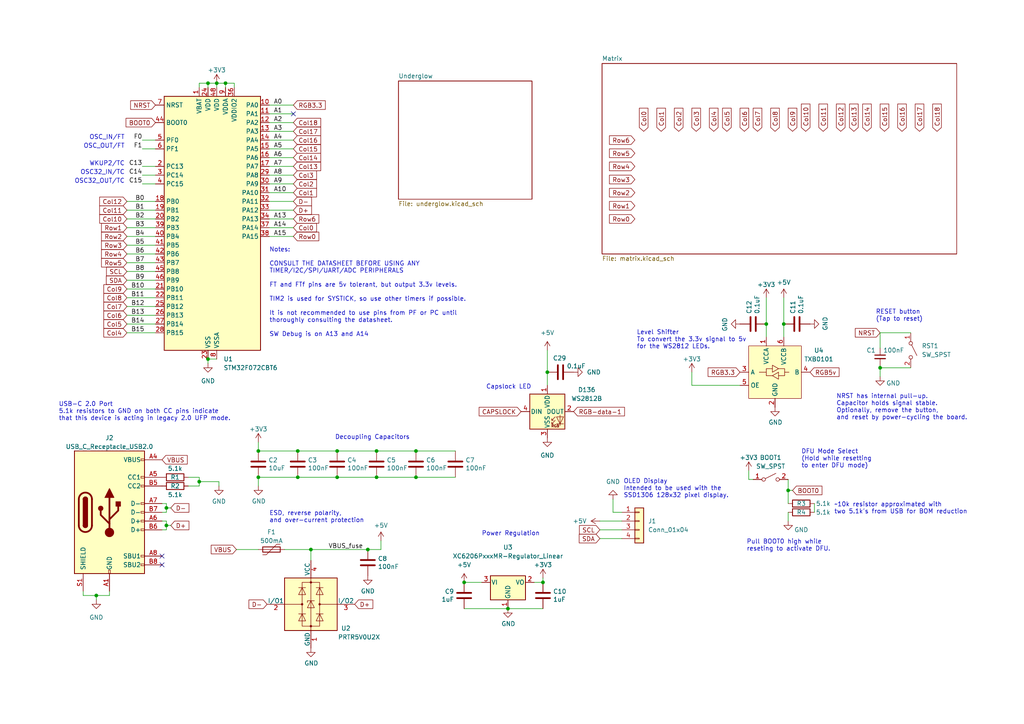
<source format=kicad_sch>
(kicad_sch (version 20231120) (generator "eeschema") (generator_version "8.0")
  (paper "A4")
  (lib_symbols
    (symbol "+5V_1" (power) (pin_names (offset 0))
      (property "Value" "+5V_1" (at 0 3.556 0))
      (symbol "+5V_1_0_1"
        (polyline (pts (xy -0.762 1.27) (xy 0 2.54)))
        (polyline (pts (xy 0 0) (xy 0 2.54)))
        (polyline (pts (xy 0 2.54) (xy 0.762 1.27)))
      )
      (symbol "+5V_1_1_1"
        (pin power_in line (at 0 0 90) (length 0) hide (name "+5V") (number "1"))
      )
    )
    (symbol "Connector:USB_C_Receptacle_USB2.0" (pin_names (offset 1.016))
      (property "Reference" "J" (at -10.16 19.05 0))
      (property "Value" "USB_C_Receptacle_USB2.0" (at 19.05 19.05 0))
      (symbol "USB_C_Receptacle_USB2.0_0_0"
        (rectangle (start -0.254 -17.78) (end 0.254 -16.764))
        (rectangle (start 10.16 -14.986) (end 9.144 -15.494))
        (rectangle (start 10.16 -12.446) (end 9.144 -12.954))
        (rectangle (start 10.16 -4.826) (end 9.144 -5.334))
        (rectangle (start 10.16 -2.286) (end 9.144 -2.794))
        (rectangle (start 10.16 0.254) (end 9.144 -0.254))
        (rectangle (start 10.16 2.794) (end 9.144 2.286))
        (rectangle (start 10.16 7.874) (end 9.144 7.366))
        (rectangle (start 10.16 10.414) (end 9.144 9.906))
        (rectangle (start 10.16 15.494) (end 9.144 14.986))
      )
      (symbol "USB_C_Receptacle_USB2.0_0_1"
        (rectangle (start -10.16 17.78) (end 10.16 -17.78) (stroke (width 0.254)) (fill (type background)))
        (arc (start -8.89 -3.81) (mid -6.985 -5.7067) (end -5.08 -3.81) (stroke (width 0.508)))
        (arc (start -7.62 -3.81) (mid -6.985 -4.4423) (end -6.35 -3.81) (stroke (width 0.254)))
        (arc (start -7.62 -3.81) (mid -6.985 -4.4423) (end -6.35 -3.81) (stroke (width 0.254)) (fill (type outline)))
        (rectangle (start -7.62 -3.81) (end -6.35 3.81) (stroke (width 0.254)) (fill (type outline)))
        (arc (start -6.35 3.81) (mid -6.985 4.4423) (end -7.62 3.81) (stroke (width 0.254)))
        (arc (start -6.35 3.81) (mid -6.985 4.4423) (end -7.62 3.81) (stroke (width 0.254)) (fill (type outline)))
        (arc (start -5.08 3.81) (mid -6.985 5.7067) (end -8.89 3.81) (stroke (width 0.508)))
        (circle (center -2.54 1.143) (radius 0.635) (stroke (width 0.254)) (fill (type outline)))
        (circle (center 0 -5.842) (radius 1.27) (fill (type outline)))
        (polyline (pts (xy -8.89 -3.81) (xy -8.89 3.81)) (stroke (width 0.508)))
        (polyline (pts (xy -5.08 3.81) (xy -5.08 -3.81)) (stroke (width 0.508)))
        (polyline (pts (xy 0 -5.842) (xy 0 4.318)) (stroke (width 0.508)))
        (polyline (pts (xy 0 -3.302) (xy -2.54 -0.762) (xy -2.54 0.508)) (stroke (width 0.508)))
        (polyline (pts (xy 0 -2.032) (xy 2.54 0.508) (xy 2.54 1.778)) (stroke (width 0.508)))
        (polyline (pts (xy -1.27 4.318) (xy 0 6.858) (xy 1.27 4.318) (xy -1.27 4.318)) (stroke (width 0.254)) (fill (type outline)))
        (rectangle (start 1.905 1.778) (end 3.175 3.048) (stroke (width 0.254)) (fill (type outline)))
      )
      (symbol "USB_C_Receptacle_USB2.0_1_1"
        (pin passive line (at 0 -22.86 90) (length 5.08) (name "GND") (number "A1"))
        (pin passive line (at 0 -22.86 90) (length 5.08) hide (name "GND") (number "A12"))
        (pin passive line (at 15.24 15.24 180) (length 5.08) (name "VBUS") (number "A4"))
        (pin bidirectional line (at 15.24 10.16 180) (length 5.08) (name "CC1") (number "A5"))
        (pin bidirectional line (at 15.24 -2.54 180) (length 5.08) (name "D+") (number "A6"))
        (pin bidirectional line (at 15.24 2.54 180) (length 5.08) (name "D-") (number "A7"))
        (pin bidirectional line (at 15.24 -12.7 180) (length 5.08) (name "SBU1") (number "A8"))
        (pin passive line (at 15.24 15.24 180) (length 5.08) hide (name "VBUS") (number "A9"))
        (pin passive line (at 0 -22.86 90) (length 5.08) hide (name "GND") (number "B1"))
        (pin passive line (at 0 -22.86 90) (length 5.08) hide (name "GND") (number "B12"))
        (pin passive line (at 15.24 15.24 180) (length 5.08) hide (name "VBUS") (number "B4"))
        (pin bidirectional line (at 15.24 7.62 180) (length 5.08) (name "CC2") (number "B5"))
        (pin bidirectional line (at 15.24 -5.08 180) (length 5.08) (name "D+") (number "B6"))
        (pin bidirectional line (at 15.24 0 180) (length 5.08) (name "D-") (number "B7"))
        (pin bidirectional line (at 15.24 -15.24 180) (length 5.08) (name "SBU2") (number "B8"))
        (pin passive line (at 15.24 15.24 180) (length 5.08) hide (name "VBUS") (number "B9"))
        (pin passive line (at -7.62 -22.86 90) (length 5.08) (name "SHIELD") (number "S1"))
      )
    )
    (symbol "Connector_Generic:Conn_01x04" (pin_names (offset 1.016) hide)
      (property "Reference" "J" (at 0 5.08 0))
      (property "Value" "Conn_01x04" (at 0 -7.62 0))
      (symbol "Conn_01x04_1_1"
        (rectangle (start -1.27 -4.953) (end 0 -5.207) (stroke (width 0.1524)))
        (rectangle (start -1.27 -2.413) (end 0 -2.667) (stroke (width 0.1524)))
        (rectangle (start -1.27 0.127) (end 0 -0.127) (stroke (width 0.1524)))
        (rectangle (start -1.27 2.667) (end 0 2.413) (stroke (width 0.1524)))
        (rectangle (start -1.27 3.81) (end 1.27 -6.35) (stroke (width 0.254)) (fill (type background)))
        (pin passive line (at -5.08 2.54 0) (length 3.81) (name "Pin_1") (number "1"))
        (pin passive line (at -5.08 0 0) (length 3.81) (name "Pin_2") (number "2"))
        (pin passive line (at -5.08 -2.54 0) (length 3.81) (name "Pin_3") (number "3"))
        (pin passive line (at -5.08 -5.08 0) (length 3.81) (name "Pin_4") (number "4"))
      )
    )
    (symbol "Device:C" (pin_numbers hide) (pin_names (offset 0.254))
      (property "Reference" "C" (at 0.635 2.54 0))
      (property "Value" "C" (at 0.635 -2.54 0))
      (symbol "C_0_1"
        (polyline (pts (xy -2.032 -0.762) (xy 2.032 -0.762)) (stroke (width 0.508)))
        (polyline (pts (xy -2.032 0.762) (xy 2.032 0.762)) (stroke (width 0.508)))
      )
      (symbol "C_1_1"
        (pin passive line (at 0 3.81 270) (length 2.794) (name "~") (number "1"))
        (pin passive line (at 0 -3.81 90) (length 2.794) (name "~") (number "2"))
      )
    )
    (symbol "Device:C_Small" (pin_numbers hide) (pin_names (offset 0.254) hide)
      (property "Reference" "C" (at 0.254 1.778 0))
      (property "Value" "C_Small" (at 0.254 -2.032 0))
      (symbol "C_Small_0_1"
        (polyline (pts (xy -1.524 -0.508) (xy 1.524 -0.508)) (stroke (width 0.3302)))
        (polyline (pts (xy -1.524 0.508) (xy 1.524 0.508)) (stroke (width 0.3048)))
      )
      (symbol "C_Small_1_1"
        (pin passive line (at 0 2.54 270) (length 2.032) (name "~") (number "1"))
        (pin passive line (at 0 -2.54 90) (length 2.032) (name "~") (number "2"))
      )
    )
    (symbol "Device:Polyfuse" (pin_numbers hide) (pin_names (offset 0))
      (property "Reference" "F" (at -2.54 0 90))
      (property "Value" "Polyfuse" (at 2.54 0 90))
      (symbol "Polyfuse_0_1"
        (rectangle (start -0.762 2.54) (end 0.762 -2.54) (stroke (width 0.254)))
        (polyline (pts (xy 0 2.54) (xy 0 -2.54)))
        (polyline (pts (xy -1.524 2.54) (xy -1.524 1.524) (xy 1.524 -1.524) (xy 1.524 -2.54)))
      )
      (symbol "Polyfuse_1_1"
        (pin passive line (at 0 3.81 270) (length 1.27) (name "~") (number "1"))
        (pin passive line (at 0 -3.81 90) (length 1.27) (name "~") (number "2"))
      )
    )
    (symbol "Device:R" (pin_numbers hide) (pin_names (offset 0))
      (property "Reference" "R" (at 2.032 0 90))
      (property "Value" "R" (at 0 0 90))
      (symbol "R_0_1"
        (rectangle (start -1.016 -2.54) (end 1.016 2.54) (stroke (width 0.254)))
      )
      (symbol "R_1_1"
        (pin passive line (at 0 3.81 270) (length 1.27) (name "~") (number "1"))
        (pin passive line (at 0 -3.81 90) (length 1.27) (name "~") (number "2"))
      )
    )
    (symbol "LED:WS2812B" (pin_names (offset 0.254))
      (property "Reference" "D" (at 5.08 5.715 0))
      (property "Value" "WS2812B" (at 1.27 -5.715 0))
      (symbol "WS2812B_0_0"
        (text "RGB" (at 2.286 -4.191 0) (effects (font (size 0.762 0.762))))
      )
      (symbol "WS2812B_0_1"
        (polyline (pts (xy 1.27 -3.556) (xy 1.778 -3.556)))
        (polyline (pts (xy 1.27 -2.54) (xy 1.778 -2.54)))
        (polyline (pts (xy 4.699 -3.556) (xy 2.667 -3.556)))
        (polyline (pts (xy 2.286 -2.54) (xy 1.27 -3.556) (xy 1.27 -3.048)))
        (polyline (pts (xy 2.286 -1.524) (xy 1.27 -2.54) (xy 1.27 -2.032)))
        (polyline (pts (xy 3.683 -1.016) (xy 3.683 -3.556) (xy 3.683 -4.064)))
        (polyline (pts (xy 4.699 -1.524) (xy 2.667 -1.524) (xy 3.683 -3.556) (xy 4.699 -1.524)))
        (rectangle (start 5.08 5.08) (end -5.08 -5.08) (stroke (width 0.254)) (fill (type background)))
      )
      (symbol "WS2812B_1_1"
        (pin power_in line (at 0 7.62 270) (length 2.54) (name "VDD") (number "1"))
        (pin output line (at 7.62 0 180) (length 2.54) (name "DOUT") (number "2"))
        (pin power_in line (at 0 -7.62 90) (length 2.54) (name "VSS") (number "3"))
        (pin input line (at -7.62 0 0) (length 2.54) (name "DIN") (number "4"))
      )
    )
    (symbol "MCU_ST_STM32F0:STM32F072CBTx"
      (property "Reference" "U" (at -12.7 39.37 0))
      (property "Value" "STM32F072CBTx" (at 10.16 39.37 0))
      (symbol "STM32F072CBTx_0_1"
        (rectangle (start -12.7 -35.56) (end 15.24 38.1) (stroke (width 0.254)) (fill (type background)))
      )
      (symbol "STM32F072CBTx_1_1"
        (pin power_in line (at -2.54 40.64 270) (length 2.54) (name "VBAT") (number "1"))
        (pin bidirectional line (at 17.78 35.56 180) (length 2.54) (name "PA0") (number "10"))
        (pin bidirectional line (at 17.78 33.02 180) (length 2.54) (name "PA1") (number "11"))
        (pin bidirectional line (at 17.78 30.48 180) (length 2.54) (name "PA2") (number "12"))
        (pin bidirectional line (at 17.78 27.94 180) (length 2.54) (name "PA3") (number "13"))
        (pin bidirectional line (at 17.78 25.4 180) (length 2.54) (name "PA4") (number "14"))
        (pin bidirectional line (at 17.78 22.86 180) (length 2.54) (name "PA5") (number "15"))
        (pin bidirectional line (at 17.78 20.32 180) (length 2.54) (name "PA6") (number "16"))
        (pin bidirectional line (at 17.78 17.78 180) (length 2.54) (name "PA7") (number "17"))
        (pin bidirectional line (at -15.24 7.62 0) (length 2.54) (name "PB0") (number "18"))
        (pin bidirectional line (at -15.24 5.08 0) (length 2.54) (name "PB1") (number "19"))
        (pin bidirectional line (at -15.24 17.78 0) (length 2.54) (name "PC13") (number "2"))
        (pin bidirectional line (at -15.24 2.54 0) (length 2.54) (name "PB2") (number "20"))
        (pin bidirectional line (at -15.24 -17.78 0) (length 2.54) (name "PB10") (number "21"))
        (pin bidirectional line (at -15.24 -20.32 0) (length 2.54) (name "PB11") (number "22"))
        (pin power_in line (at 0 -38.1 90) (length 2.54) (name "VSS") (number "23"))
        (pin power_in line (at 0 40.64 270) (length 2.54) (name "VDD") (number "24"))
        (pin bidirectional line (at -15.24 -22.86 0) (length 2.54) (name "PB12") (number "25"))
        (pin bidirectional line (at -15.24 -25.4 0) (length 2.54) (name "PB13") (number "26"))
        (pin bidirectional line (at -15.24 -27.94 0) (length 2.54) (name "PB14") (number "27"))
        (pin bidirectional line (at -15.24 -30.48 0) (length 2.54) (name "PB15") (number "28"))
        (pin bidirectional line (at 17.78 15.24 180) (length 2.54) (name "PA8") (number "29"))
        (pin bidirectional line (at -15.24 15.24 0) (length 2.54) (name "PC14") (number "3"))
        (pin bidirectional line (at 17.78 12.7 180) (length 2.54) (name "PA9") (number "30"))
        (pin bidirectional line (at 17.78 10.16 180) (length 2.54) (name "PA10") (number "31"))
        (pin bidirectional line (at 17.78 7.62 180) (length 2.54) (name "PA11") (number "32"))
        (pin bidirectional line (at 17.78 5.08 180) (length 2.54) (name "PA12") (number "33"))
        (pin bidirectional line (at 17.78 2.54 180) (length 2.54) (name "PA13") (number "34"))
        (pin passive line (at 0 -38.1 90) (length 2.54) hide (name "VSS") (number "35"))
        (pin power_in line (at 7.62 40.64 270) (length 2.54) (name "VDDIO2") (number "36"))
        (pin bidirectional line (at 17.78 0 180) (length 2.54) (name "PA14") (number "37"))
        (pin bidirectional line (at 17.78 -2.54 180) (length 2.54) (name "PA15") (number "38"))
        (pin bidirectional line (at -15.24 0 0) (length 2.54) (name "PB3") (number "39"))
        (pin bidirectional line (at -15.24 12.7 0) (length 2.54) (name "PC15") (number "4"))
        (pin bidirectional line (at -15.24 -2.54 0) (length 2.54) (name "PB4") (number "40"))
        (pin bidirectional line (at -15.24 -5.08 0) (length 2.54) (name "PB5") (number "41"))
        (pin bidirectional line (at -15.24 -7.62 0) (length 2.54) (name "PB6") (number "42"))
        (pin bidirectional line (at -15.24 -10.16 0) (length 2.54) (name "PB7") (number "43"))
        (pin input line (at -15.24 30.48 0) (length 2.54) (name "BOOT0") (number "44"))
        (pin bidirectional line (at -15.24 -12.7 0) (length 2.54) (name "PB8") (number "45"))
        (pin bidirectional line (at -15.24 -15.24 0) (length 2.54) (name "PB9") (number "46"))
        (pin passive line (at 0 -38.1 90) (length 2.54) hide (name "VSS") (number "47"))
        (pin power_in line (at 2.54 40.64 270) (length 2.54) (name "VDD") (number "48"))
        (pin bidirectional line (at -15.24 25.4 0) (length 2.54) (name "PF0") (number "5"))
        (pin bidirectional line (at -15.24 22.86 0) (length 2.54) (name "PF1") (number "6"))
        (pin input line (at -15.24 35.56 0) (length 2.54) (name "NRST") (number "7"))
        (pin power_in line (at 2.54 -38.1 90) (length 2.54) (name "VSSA") (number "8"))
        (pin power_in line (at 5.08 40.64 270) (length 2.54) (name "VDDA") (number "9"))
      )
    )
    (symbol "PCM_marbastlib-various:TXB0101"
      (property "Reference" "U" (at -6.35 11.43 0))
      (property "Value" "TXB0101" (at 3.81 11.43 0))
      (symbol "TXB0101_0_1"
        (rectangle (start -7.62 10.16) (end 7.62 -5.08) (fill (type background)))
        (polyline (pts (xy -2.54 2.54) (xy -2.54 3.556) (xy -0.762 3.556)))
        (polyline (pts (xy 2.794 2.54) (xy 2.794 1.524) (xy 1.016 1.524)))
        (polyline (pts (xy -0.762 1.524) (xy -2.54 1.524) (xy -2.54 2.54) (xy -4.572 2.54)))
        (polyline (pts (xy -0.762 2.54) (xy -0.762 4.572) (xy 1.016 3.556) (xy -0.762 2.54)))
        (polyline (pts (xy 1.016 3.556) (xy 2.794 3.556) (xy 2.794 2.54) (xy 4.064 2.54)))
        (polyline (pts (xy 1.016 2.54) (xy 1.016 0.762) (xy 1.016 0.508) (xy -0.762 1.524) (xy 1.016 2.54)))
      )
      (symbol "TXB0101_1_1"
        (pin power_in line (at -2.54 12.7 270) (length 2.54) (name "VCCA") (number "1"))
        (pin power_in line (at 0 -7.62 90) (length 2.54) (name "GND") (number "2"))
        (pin bidirectional line (at -10.16 2.54 0) (length 2.54) (name "A") (number "3"))
        (pin bidirectional line (at 10.16 2.54 180) (length 2.54) (name "B") (number "4"))
        (pin input line (at -10.16 -1.27 0) (length 2.54) (name "OE") (number "5"))
        (pin power_in line (at 2.54 12.7 270) (length 2.54) (name "VCCB") (number "6"))
      )
    )
    (symbol "Power_Protection:PRTR5V0U2X" (pin_names (offset 0))
      (property "Reference" "D" (at 2.794 8.636 0))
      (property "Value" "PRTR5V0U2X" (at 8.128 -9.398 0))
      (symbol "PRTR5V0U2X_0_1"
        (rectangle (start -7.62 -7.62) (end 7.62 7.62) (stroke (width 0.254)) (fill (type background)))
        (circle (center -2.54 0) (radius 0.254) (fill (type outline)))
        (rectangle (start -2.54 6.35) (end 2.54 -6.35))
        (circle (center 0 -6.35) (radius 0.254) (fill (type outline)))
        (polyline (pts (xy -2.54 0) (xy -7.62 0)))
        (polyline (pts (xy -1.524 -2.794) (xy -3.556 -2.794)))
        (polyline (pts (xy -1.524 4.826) (xy -3.556 4.826)))
        (polyline (pts (xy 0 -7.62) (xy 0 7.62)))
        (polyline (pts (xy 1.524 -2.794) (xy 3.556 -2.794)))
        (polyline (pts (xy 1.524 4.826) (xy 3.556 4.826)))
        (polyline (pts (xy 2.54 0) (xy 7.62 0)))
        (polyline (pts (xy 1.016 1.016) (xy -1.016 1.016) (xy -1.016 0.508)))
        (polyline (pts (xy -3.556 -4.826) (xy -1.524 -4.826) (xy -2.54 -2.794) (xy -3.556 -4.826)))
        (polyline (pts (xy -3.556 2.794) (xy -1.524 2.794) (xy -2.54 4.826) (xy -3.556 2.794)))
        (polyline (pts (xy -1.016 -1.016) (xy 1.016 -1.016) (xy 0 1.016) (xy -1.016 -1.016)))
        (polyline (pts (xy 3.556 -4.826) (xy 1.524 -4.826) (xy 2.54 -2.794) (xy 3.556 -4.826)))
        (polyline (pts (xy 3.556 2.794) (xy 1.524 2.794) (xy 2.54 4.826) (xy 3.556 2.794)))
        (circle (center 0 6.35) (radius 0.254) (fill (type outline)))
        (circle (center 2.54 0) (radius 0.254) (fill (type outline)))
      )
      (symbol "PRTR5V0U2X_1_1"
        (pin passive line (at 0 -12.7 90) (length 5.08) (name "GND") (number "1"))
        (pin passive line (at -12.7 0 0) (length 5.08) (name "I/O1") (number "2"))
        (pin passive line (at 12.7 0 180) (length 5.08) (name "I/O2") (number "3"))
        (pin passive line (at 0 12.7 270) (length 5.08) (name "VCC") (number "4"))
      )
    )
    (symbol "Switch:SW_SPST" (pin_names (offset 0) hide)
      (property "Reference" "SW" (at 0 3.175 0))
      (property "Value" "SW_SPST" (at 0 -2.54 0))
      (symbol "SW_SPST_0_0"
        (circle (center -2.032 0) (radius 0.508))
        (polyline (pts (xy -1.524 0.254) (xy 1.524 1.778)))
        (circle (center 2.032 0) (radius 0.508))
      )
      (symbol "SW_SPST_1_1"
        (pin passive line (at -5.08 0 0) (length 2.54) (name "A") (number "1"))
        (pin passive line (at 5.08 0 180) (length 2.54) (name "B") (number "2"))
      )
    )
    (symbol "kicad-keyboard-parts:XC6206PxxxMR-Regulator_Linear" (pin_names (offset 0.254))
      (property "Reference" "U" (at -3.81 3.175 0))
      (property "Value" "XC6206PxxxMR-Regulator_Linear" (at 0 3.175 0))
      (property "LCSC" "C5446" (at 0 0 0))
      (symbol "XC6206PxxxMR-Regulator_Linear_0_1"
        (rectangle (start -5.08 1.905) (end 5.08 -5.08) (stroke (width 0.254)) (fill (type background)))
      )
      (symbol "XC6206PxxxMR-Regulator_Linear_1_1"
        (pin power_in line (at 0 -7.62 90) (length 2.54) (name "GND") (number "1"))
        (pin power_out line (at 7.62 0 180) (length 2.54) (name "VO") (number "2"))
        (pin power_in line (at -7.62 0 0) (length 2.54) (name "VI") (number "3"))
      )
    )
    (symbol "power:+3V3" (power) (pin_names (offset 0))
      (property "Value" "+3V3" (at 0 3.556 0))
      (symbol "+3V3_0_1"
        (polyline (pts (xy -0.762 1.27) (xy 0 2.54)))
        (polyline (pts (xy 0 0) (xy 0 2.54)))
        (polyline (pts (xy 0 2.54) (xy 0.762 1.27)))
      )
      (symbol "+3V3_1_1"
        (pin power_in line (at 0 0 90) (length 0) hide (name "+3V3") (number "1"))
      )
    )
    (symbol "power:+5V" (power) (pin_names (offset 0))
      (property "Value" "+5V" (at 0 3.556 0))
      (symbol "+5V_0_1"
        (polyline (pts (xy -0.762 1.27) (xy 0 2.54)))
        (polyline (pts (xy 0 0) (xy 0 2.54)))
        (polyline (pts (xy 0 2.54) (xy 0.762 1.27)))
      )
      (symbol "+5V_1_1"
        (pin power_in line (at 0 0 90) (length 0) hide (name "+5V") (number "1"))
      )
    )
    (symbol "power:GND" (power) (pin_names (offset 0))
      (property "Value" "GND" (at 0 -3.81 0))
      (symbol "GND_0_1"
        (polyline (pts (xy 0 0) (xy 0 -1.27) (xy 1.27 -1.27) (xy 0 -2.54) (xy -1.27 -1.27) (xy 0 -1.27)))
      )
      (symbol "GND_1_1"
        (pin power_in line (at 0 0 270) (length 0) hide (name "GND") (number "1"))
      )
    )
  )
  (junction (at 227.33 93.98))
  (junction (at 228.6 142.24))
  (junction (at 62.865 24.13))
  (junction (at 158.75 107.95))
  (junction (at 222.25 93.98))
  (junction (at 157.48 168.91))
  (junction (at 57.785 139.7))
  (junction (at 60.325 24.13))
  (junction (at 109.22 138.43))
  (junction (at 134.62 168.91))
  (junction (at 109.22 130.81))
  (junction (at 74.93 138.43))
  (junction (at 147.32 176.53) (diameter 0.9144))
  (junction (at 255.27 106.68))
  (junction (at 74.93 130.81))
  (junction (at 60.325 104.14))
  (junction (at 97.79 138.43))
  (junction (at 86.36 138.43))
  (junction (at 120.65 138.43))
  (junction (at 120.65 130.81))
  (junction (at 90.17 159.385))
  (junction (at 97.79 130.81))
  (junction (at 106.68 159.385))
  (junction (at 48.26 152.4))
  (junction (at 27.94 172.72))
  (junction (at 48.26 147.32))
  (junction (at 86.36 130.81))
  (junction (at 65.405 24.13))
  (no_connect (at 46.99 163.83))
  (no_connect (at 46.99 161.29))
  (no_connect (at 85.09 33.02))
  (wire (pts (xy 36.83 78.74) (xy 45.085 78.74)))
  (wire (pts (xy 120.65 138.43) (xy 132.08 138.43)))
  (wire (pts (xy 46.99 153.67) (xy 48.26 153.67)))
  (wire (pts (xy 200.66 111.76) (xy 214.63 111.76)))
  (wire (pts (xy 78.105 40.64) (xy 85.09 40.64)))
  (wire (pts (xy 177.8 148.59) (xy 177.8 144.78)))
  (wire (pts (xy 36.83 93.98) (xy 45.085 93.98)))
  (wire (pts (xy 27.94 172.72) (xy 31.75 172.72)))
  (wire (pts (xy 67.945 24.13) (xy 67.945 25.4)))
  (wire (pts (xy 46.99 146.05) (xy 48.26 146.05)))
  (wire (pts (xy 78.105 53.34) (xy 85.09 53.34)))
  (wire (pts (xy 36.83 96.52) (xy 45.085 96.52)))
  (wire (pts (xy 36.83 86.36) (xy 45.085 86.36)))
  (wire (pts (xy 57.785 140.97) (xy 57.785 139.7)))
  (wire (pts (xy 222.25 86.36) (xy 222.25 93.98)))
  (wire (pts (xy 97.79 138.43) (xy 86.36 138.43)))
  (wire (pts (xy 54.61 140.97) (xy 57.785 140.97)))
  (wire (pts (xy 173.99 156.21) (xy 180.34 156.21)))
  (wire (pts (xy 78.105 48.26) (xy 85.09 48.26)))
  (wire (pts (xy 48.26 147.32) (xy 48.26 148.59)))
  (wire (pts (xy 57.785 139.7) (xy 57.785 138.43)))
  (wire (pts (xy 218.44 139.065) (xy 217.17 139.065)))
  (wire (pts (xy 27.94 173.99) (xy 27.94 172.72)))
  (wire (pts (xy 173.99 153.67) (xy 180.34 153.67)))
  (wire (pts (xy 158.75 107.95) (xy 158.75 111.76)))
  (wire (pts (xy 65.405 24.13) (xy 65.405 25.4)))
  (wire (pts (xy 78.105 35.56) (xy 85.09 35.56)))
  (wire (pts (xy 57.785 139.7) (xy 63.5 139.7)))
  (wire (pts (xy 97.79 130.81) (xy 86.36 130.81)))
  (wire (pts (xy 180.34 148.59) (xy 177.8 148.59)))
  (wire (pts (xy 65.405 24.13) (xy 67.945 24.13)))
  (wire (pts (xy 228.6 142.24) (xy 229.87 142.24)))
  (wire (pts (xy 36.83 88.9) (xy 45.085 88.9)))
  (wire (pts (xy 60.325 24.13) (xy 60.325 25.4)))
  (wire (pts (xy 54.61 138.43) (xy 57.785 138.43)))
  (wire (pts (xy 147.32 176.53) (xy 157.48 176.53)))
  (wire (pts (xy 60.325 105.41) (xy 60.325 104.14)))
  (wire (pts (xy 78.105 38.1) (xy 85.09 38.1)))
  (wire (pts (xy 255.27 109.22) (xy 255.27 106.68)))
  (wire (pts (xy 134.62 168.91) (xy 139.7 168.91)))
  (wire (pts (xy 236.22 146.05) (xy 236.22 148.59)))
  (wire (pts (xy 109.22 130.81) (xy 120.65 130.81)))
  (wire (pts (xy 78.105 63.5) (xy 85.09 63.5)))
  (wire (pts (xy 36.83 66.04) (xy 45.085 66.04)))
  (wire (pts (xy 106.68 159.385) (xy 110.49 159.385)))
  (wire (pts (xy 217.17 139.065) (xy 217.17 136.525)))
  (wire (pts (xy 227.33 93.98) (xy 227.33 97.79)))
  (wire (pts (xy 36.83 63.5) (xy 45.085 63.5)))
  (wire (pts (xy 57.785 24.13) (xy 57.785 25.4)))
  (wire (pts (xy 78.105 43.18) (xy 85.09 43.18)))
  (wire (pts (xy 36.83 81.28) (xy 45.085 81.28)))
  (wire (pts (xy 255.27 96.52) (xy 264.16 96.52)))
  (wire (pts (xy 154.94 168.91) (xy 157.48 168.91)))
  (wire (pts (xy 97.79 130.81) (xy 109.22 130.81)))
  (wire (pts (xy 78.105 45.72) (xy 85.09 45.72)))
  (wire (pts (xy 228.6 139.065) (xy 228.6 142.24)))
  (wire (pts (xy 65.405 24.13) (xy 62.865 24.13)))
  (wire (pts (xy 255.27 96.52) (xy 255.27 100.965)))
  (wire (pts (xy 78.105 55.88) (xy 85.09 55.88)))
  (wire (pts (xy 68.58 159.385) (xy 74.93 159.385)))
  (wire (pts (xy 78.105 60.96) (xy 85.09 60.96)))
  (wire (pts (xy 74.93 140.97) (xy 74.93 138.43)))
  (wire (pts (xy 173.99 151.13) (xy 180.34 151.13)))
  (wire (pts (xy 48.26 153.67) (xy 48.26 152.4)))
  (wire (pts (xy 41.275 48.26) (xy 45.085 48.26)))
  (wire (pts (xy 41.275 50.8) (xy 45.085 50.8)))
  (wire (pts (xy 46.99 151.13) (xy 48.26 151.13)))
  (wire (pts (xy 82.55 159.385) (xy 90.17 159.385)))
  (wire (pts (xy 60.325 104.14) (xy 62.865 104.14)))
  (wire (pts (xy 120.65 130.81) (xy 132.08 130.81)))
  (wire (pts (xy 74.93 128.27) (xy 74.93 130.81)))
  (wire (pts (xy 255.27 106.68) (xy 255.27 106.045)))
  (wire (pts (xy 48.26 147.32) (xy 49.53 147.32)))
  (wire (pts (xy 60.325 24.13) (xy 62.865 24.13)))
  (wire (pts (xy 255.27 106.68) (xy 264.16 106.68)))
  (wire (pts (xy 158.75 101.6) (xy 158.75 107.95)))
  (wire (pts (xy 228.6 148.59) (xy 228.6 151.13)))
  (wire (pts (xy 41.275 40.64) (xy 45.085 40.64)))
  (wire (pts (xy 36.83 71.12) (xy 45.085 71.12)))
  (wire (pts (xy 24.13 172.72) (xy 27.94 172.72)))
  (wire (pts (xy 110.49 156.845) (xy 110.49 159.385)))
  (wire (pts (xy 57.785 24.13) (xy 60.325 24.13)))
  (wire (pts (xy 228.6 142.24) (xy 228.6 146.05)))
  (wire (pts (xy 46.99 148.59) (xy 48.26 148.59)))
  (wire (pts (xy 200.66 111.76) (xy 200.66 107.95)))
  (wire (pts (xy 36.83 76.2) (xy 45.085 76.2)))
  (wire (pts (xy 24.13 171.45) (xy 24.13 172.72)))
  (wire (pts (xy 48.26 151.13) (xy 48.26 152.4)))
  (wire (pts (xy 78.105 50.8) (xy 85.09 50.8)))
  (wire (pts (xy 78.105 33.02) (xy 85.09 33.02)))
  (wire (pts (xy 36.83 73.66) (xy 45.085 73.66)))
  (wire (pts (xy 78.105 66.04) (xy 85.09 66.04)))
  (wire (pts (xy 36.83 60.96) (xy 45.085 60.96)))
  (wire (pts (xy 48.26 152.4) (xy 49.53 152.4)))
  (wire (pts (xy 86.36 138.43) (xy 74.93 138.43)))
  (wire (pts (xy 157.48 167.64) (xy 157.48 168.91)))
  (wire (pts (xy 63.5 139.7) (xy 63.5 140.97)))
  (wire (pts (xy 36.83 91.44) (xy 45.085 91.44)))
  (wire (pts (xy 31.75 172.72) (xy 31.75 171.45)))
  (wire (pts (xy 222.25 93.98) (xy 222.25 97.79)))
  (wire (pts (xy 78.105 58.42) (xy 85.09 58.42)))
  (wire (pts (xy 90.17 159.385) (xy 90.17 162.56)))
  (wire (pts (xy 41.275 43.18) (xy 45.085 43.18)))
  (wire (pts (xy 36.83 58.42) (xy 45.085 58.42)))
  (wire (pts (xy 147.32 176.53) (xy 134.62 176.53)))
  (wire (pts (xy 227.33 86.36) (xy 227.33 93.98)))
  (wire (pts (xy 90.17 159.385) (xy 106.68 159.385)))
  (wire (pts (xy 78.105 30.48) (xy 85.09 30.48)))
  (wire (pts (xy 36.83 83.82) (xy 45.085 83.82)))
  (wire (pts (xy 78.105 68.58) (xy 85.09 68.58)))
  (wire (pts (xy 62.865 24.13) (xy 62.865 25.4)))
  (wire (pts (xy 86.36 130.81) (xy 74.93 130.81)))
  (wire (pts (xy 48.26 146.05) (xy 48.26 147.32)))
  (wire (pts (xy 97.79 138.43) (xy 109.22 138.43)))
  (wire (pts (xy 109.22 138.43) (xy 120.65 138.43)))
  (wire (pts (xy 36.83 68.58) (xy 45.085 68.58)))
  (wire (pts (xy 41.275 53.34) (xy 45.085 53.34)))
  (text "Notes:\n\nCONSULT THE DATASHEET BEFORE USING ANY \nTIMER/I2C/SPI/UART/ADC PERIPHERALS\n\nFT and FTf pins are 5v tolerant, but output 3.3v levels.\n\nTIM2 is used for SYSTICK, so use other timers if possible.\n\nIt is not recommended to use pins from PF or PC until\nthoroughly consulting the datasheet.\n\nSW Debug is on A13 and A14" (at 78.105 97.79 0) (effects (font (size 1.27 1.27)) (justify left bottom)))
  (text "NRST has internal pull-up.\nCapacitor holds signal stable.\nOptionally, remove the button,\nand reset by power-cycling the board." (at 242.57 121.92 0) (effects (font (size 1.27 1.27)) (justify left bottom)))
  (text "OLED Display\nIntended to be used with the \nSSD1306 128x32 pixel display." (at 180.848 144.526 0) (effects (font (size 1.27 1.27)) (justify left bottom)))
  (text "Decoupling Capacitors" (at 97.155 127.635 0) (effects (font (size 1.27 1.27)) (justify left bottom)))
  (text "~10k resistor approximated with\ntwo 5.1k's from USB for BOM reduction" (at 241.935 149.225 0) (effects (font (size 1.27 1.27)) (justify left bottom)))
  (text "USB-C 2.0 Port\n5.1k resistors to GND on both CC pins indicate\nthat this device is acting in legacy 2.0 UFP mode." (at 17.018 122.174 0) (effects (font (size 1.27 1.27)) (justify left bottom)))
  (text "OSC_IN/FT" (at 36.195 40.64 0) (effects (font (size 1.27 1.27)) (justify right bottom)))
  (text "DFU Mode Select\n(Hold while resetting\nto enter DFU mode)" (at 232.41 135.89 0) (effects (font (size 1.27 1.27)) (justify left bottom)))
  (text "WKUP2/TC" (at 36.195 48.26 0) (effects (font (size 1.27 1.27)) (justify right bottom)))
  (text "RESET button\n(Tap to reset)" (at 254 93.345 0) (effects (font (size 1.27 1.27)) (justify left bottom)))
  (text "Pull BOOT0 high while \nreseting to activate DFU." (at 216.535 160.02 0) (effects (font (size 1.27 1.27)) (justify left bottom)))
  (text "OSC32_OUT/TC" (at 36.195 53.34 0) (effects (font (size 1.27 1.27)) (justify right bottom)))
  (text "OSC32_IN/TC" (at 36.195 50.8 0) (effects (font (size 1.27 1.27)) (justify right bottom)))
  (text "Capslock LED" (at 140.97 113.03 0) (effects (font (size 1.27 1.27)) (justify left bottom)))
  (text "Level Shifter\nTo convert the 3.3v signal to 5v\nfor the WS2812 LEDs." (at 184.658 101.346 0) (effects (font (size 1.27 1.27)) (justify left bottom)))
  (text "Power Regulation" (at 139.7 155.575 0) (effects (font (size 1.27 1.27)) (justify left bottom)))
  (text "OSC_OUT/FT" (at 36.195 43.18 0) (effects (font (size 1.27 1.27)) (justify right bottom)))
  (text "ESD, reverse polarity,\nand over-current protection" (at 78.105 151.765 0) (effects (font (size 1.27 1.27)) (justify left bottom)))
  (label "A1" (at 79.375 33.02 0))
  (label "A3" (at 79.375 38.1 0))
  (label "A13" (at 79.375 63.5 0))
  (label "A10" (at 79.375 55.88 0))
  (label "B7" (at 41.91 76.2 180))
  (label "B13" (at 41.91 91.44 180))
  (label "A6" (at 79.375 45.72 0))
  (label "B1" (at 41.91 60.96 180))
  (label "B9" (at 41.91 81.28 180))
  (label "B5" (at 41.91 71.12 180))
  (label "B14" (at 41.91 93.98 180))
  (label "A8" (at 79.375 50.8 0))
  (label "B0" (at 41.91 58.42 180))
  (label "A9" (at 79.375 53.34 0))
  (label "VBUS_fuse" (at 95.25 159.385 0))
  (label "A2" (at 79.375 35.56 0))
  (label "B8" (at 41.91 78.74 180))
  (label "A4" (at 79.375 40.64 0))
  (label "B12" (at 41.91 88.9 180))
  (label "B4" (at 41.91 68.58 180))
  (label "C14" (at 41.275 50.8 180))
  (label "B6" (at 41.91 73.66 180))
  (label "B15" (at 41.91 96.52 180))
  (label "A14" (at 79.375 66.04 0))
  (label "B10" (at 41.91 83.82 180))
  (label "B11" (at 41.91 86.36 180))
  (label "C15" (at 41.275 53.34 180))
  (label "B3" (at 41.91 66.04 180))
  (label "A0" (at 79.375 30.48 0))
  (label "B2" (at 41.91 63.5 180))
  (label "F1" (at 41.275 43.18 180))
  (label "A5" (at 79.375 43.18 0))
  (label "A7" (at 79.375 48.26 0))
  (label "C13" (at 41.275 48.26 180))
  (label "F0" (at 41.275 40.64 180))
  (label "A15" (at 79.375 68.58 0))
  (global_label "Col14" (shape input) (at 251.46 38.1 90) (property "Intersheetrefs" "${INTERSHEET_REFS}" (effects (hide yes))))
  (global_label "Col13" (shape input) (at 85.09 48.26 0) (property "Intersheetrefs" "${INTERSHEET_REFS}" (effects (hide yes))))
  (global_label "Col6" (shape input) (at 215.9 38.1 90) (property "Intersheetrefs" "${INTERSHEET_REFS}" (effects (hide yes))))
  (global_label "Col14" (shape input) (at 85.09 45.72 0) (property "Intersheetrefs" "${INTERSHEET_REFS}" (effects (hide yes))))
  (global_label "Col4" (shape input) (at 207.01 38.1 90) (property "Intersheetrefs" "${INTERSHEET_REFS}" (effects (hide yes))))
  (global_label "Row0" (shape input) (at 85.09 68.58 0) (property "Intersheetrefs" "${INTERSHEET_REFS}" (effects (hide yes))))
  (global_label "Row5" (shape input) (at 36.83 76.2 180) (property "Intersheetrefs" "${INTERSHEET_REFS}" (effects (hide yes))))
  (global_label "Col9" (shape input) (at 229.87 38.1 90) (property "Intersheetrefs" "${INTERSHEET_REFS}" (effects (hide yes))))
  (global_label "Col7" (shape input) (at 36.83 88.9 180) (property "Intersheetrefs" "${INTERSHEET_REFS}" (effects (hide yes))))
  (global_label "Col15" (shape input) (at 85.09 43.18 0) (property "Intersheetrefs" "${INTERSHEET_REFS}" (effects (hide yes))))
  (global_label "CAPSLOCK" (shape input) (at 151.13 119.38 180) (property "Intersheetrefs" "${INTERSHEET_REFS}" (effects (hide yes))))
  (global_label "Col9" (shape input) (at 36.83 83.82 180) (property "Intersheetrefs" "${INTERSHEET_REFS}" (effects (hide yes))))
  (global_label "RGB-data-1" (shape input) (at 166.37 119.38 0) (property "Intersheetrefs" "${INTERSHEET_REFS}" (effects (hide yes))))
  (global_label "SDA" (shape input) (at 36.83 81.28 180) (property "Intersheetrefs" "${INTERSHEET_REFS}" (effects (hide yes))))
  (global_label "Row6" (shape input) (at 184.15 40.64 180) (property "Intersheetrefs" "${INTERSHEET_REFS}" (effects (hide yes))))
  (global_label "Col5" (shape input) (at 36.83 93.98 180) (property "Intersheetrefs" "${INTERSHEET_REFS}" (effects (hide yes))))
  (global_label "VBUS" (shape input) (at 68.58 159.385 180) (property "Intersheetrefs" "${INTERSHEET_REFS}" (effects (hide yes))))
  (global_label "Col13" (shape input) (at 247.65 38.1 90) (property "Intersheetrefs" "${INTERSHEET_REFS}" (effects (hide yes))))
  (global_label "Col17" (shape input) (at 266.7 38.1 90) (property "Intersheetrefs" "${INTERSHEET_REFS}" (effects (hide yes))))
  (global_label "Row5" (shape input) (at 184.15 44.45 180) (property "Intersheetrefs" "${INTERSHEET_REFS}" (effects (hide yes))))
  (global_label "Col10" (shape input) (at 36.83 63.5 180) (property "Intersheetrefs" "${INTERSHEET_REFS}" (effects (hide yes))))
  (global_label "Row1" (shape input) (at 36.83 66.04 180) (property "Intersheetrefs" "${INTERSHEET_REFS}" (effects (hide yes))))
  (global_label "Col7" (shape input) (at 219.71 38.1 90) (property "Intersheetrefs" "${INTERSHEET_REFS}" (effects (hide yes))))
  (global_label "D-" (shape input) (at 85.09 58.42 0) (property "Intersheetrefs" "${INTERSHEET_REFS}" (effects (hide yes))))
  (global_label "Col2" (shape input) (at 85.09 53.34 0) (property "Intersheetrefs" "${INTERSHEET_REFS}" (effects (hide yes))))
  (global_label "Col5" (shape input) (at 210.82 38.1 90) (property "Intersheetrefs" "${INTERSHEET_REFS}" (effects (hide yes))))
  (global_label "Col0" (shape input) (at 186.69 38.1 90) (property "Intersheetrefs" "${INTERSHEET_REFS}" (effects (hide yes))))
  (global_label "Col2" (shape input) (at 196.85 38.1 90) (property "Intersheetrefs" "${INTERSHEET_REFS}" (effects (hide yes))))
  (global_label "Col3" (shape input) (at 85.09 50.8 0) (property "Intersheetrefs" "${INTERSHEET_REFS}" (effects (hide yes))))
  (global_label "D-" (shape input) (at 77.47 175.26 180) (property "Intersheetrefs" "${INTERSHEET_REFS}" (effects (hide yes))))
  (global_label "Col1" (shape input) (at 85.09 55.88 0) (property "Intersheetrefs" "${INTERSHEET_REFS}" (effects (hide yes))))
  (global_label "Col3" (shape input) (at 201.93 38.1 90) (property "Intersheetrefs" "${INTERSHEET_REFS}" (effects (hide yes))))
  (global_label "Col11" (shape input) (at 36.83 60.96 180) (property "Intersheetrefs" "${INTERSHEET_REFS}" (effects (hide yes))))
  (global_label "BOOT0" (shape input) (at 45.085 35.56 180) (property "Intersheetrefs" "${INTERSHEET_REFS}" (effects (hide yes))))
  (global_label "D+" (shape input) (at 85.09 60.96 0) (property "Intersheetrefs" "${INTERSHEET_REFS}" (effects (hide yes))))
  (global_label "Row0" (shape input) (at 184.15 63.5 180) (property "Intersheetrefs" "${INTERSHEET_REFS}" (effects (hide yes))))
  (global_label "Col0" (shape input) (at 85.09 66.04 0) (property "Intersheetrefs" "${INTERSHEET_REFS}" (effects (hide yes))))
  (global_label "RGB5v" (shape input) (at 234.95 107.95 0) (property "Intersheetrefs" "${INTERSHEET_REFS}" (effects (hide yes))))
  (global_label "Col18" (shape input) (at 271.78 38.1 90) (property "Intersheetrefs" "${INTERSHEET_REFS}" (effects (hide yes))))
  (global_label "D+" (shape input) (at 102.87 175.26 0) (property "Intersheetrefs" "${INTERSHEET_REFS}" (effects (hide yes))))
  (global_label "Row2" (shape input) (at 184.15 55.88 180) (property "Intersheetrefs" "${INTERSHEET_REFS}" (effects (hide yes))))
  (global_label "SCL" (shape input) (at 36.83 78.74 180) (property "Intersheetrefs" "${INTERSHEET_REFS}" (effects (hide yes))))
  (global_label "Col10" (shape input) (at 233.68 38.1 90) (property "Intersheetrefs" "${INTERSHEET_REFS}" (effects (hide yes))))
  (global_label "D-" (shape input) (at 49.53 147.32 0) (property "Intersheetrefs" "${INTERSHEET_REFS}" (effects (hide yes))))
  (global_label "RGB3.3" (shape input) (at 85.09 30.48 0) (property "Intersheetrefs" "${INTERSHEET_REFS}" (effects (hide yes))))
  (global_label "Col16" (shape input) (at 85.09 40.64 0) (property "Intersheetrefs" "${INTERSHEET_REFS}" (effects (hide yes))))
  (global_label "SCL" (shape input) (at 173.99 153.67 180) (property "Intersheetrefs" "${INTERSHEET_REFS}" (effects (hide yes))))
  (global_label "Col11" (shape input) (at 238.76 38.1 90) (property "Intersheetrefs" "${INTERSHEET_REFS}" (effects (hide yes))))
  (global_label "Row6" (shape input) (at 85.09 63.5 0) (property "Intersheetrefs" "${INTERSHEET_REFS}" (effects (hide yes))))
  (global_label "Col1" (shape input) (at 191.77 38.1 90) (property "Intersheetrefs" "${INTERSHEET_REFS}" (effects (hide yes))))
  (global_label "Col4" (shape input) (at 36.83 96.52 180) (property "Intersheetrefs" "${INTERSHEET_REFS}" (effects (hide yes))))
  (global_label "Col16" (shape input) (at 261.62 38.1 90) (property "Intersheetrefs" "${INTERSHEET_REFS}" (effects (hide yes))))
  (global_label "Row3" (shape input) (at 184.15 52.07 180) (property "Intersheetrefs" "${INTERSHEET_REFS}" (effects (hide yes))))
  (global_label "Col17" (shape input) (at 85.09 38.1 0) (property "Intersheetrefs" "${INTERSHEET_REFS}" (effects (hide yes))))
  (global_label "SDA" (shape input) (at 173.99 156.21 180) (property "Intersheetrefs" "${INTERSHEET_REFS}" (effects (hide yes))))
  (global_label "Col18" (shape input) (at 85.09 35.56 0) (property "Intersheetrefs" "${INTERSHEET_REFS}" (effects (hide yes))))
  (global_label "Col15" (shape input) (at 256.54 38.1 90) (property "Intersheetrefs" "${INTERSHEET_REFS}" (effects (hide yes))))
  (global_label "Row4" (shape input) (at 36.83 73.66 180) (property "Intersheetrefs" "${INTERSHEET_REFS}" (effects (hide yes))))
  (global_label "Row2" (shape input) (at 36.83 68.58 180) (property "Intersheetrefs" "${INTERSHEET_REFS}" (effects (hide yes))))
  (global_label "NRST" (shape input) (at 255.27 96.52 180) (property "Intersheetrefs" "${INTERSHEET_REFS}" (effects (hide yes))))
  (global_label "NRST" (shape input) (at 45.085 30.48 180) (property "Intersheetrefs" "${INTERSHEET_REFS}" (effects (hide yes))))
  (global_label "BOOT0" (shape input) (at 229.87 142.24 0) (property "Intersheetrefs" "${INTERSHEET_REFS}" (effects (hide yes))))
  (global_label "Row4" (shape input) (at 184.15 48.26 180) (property "Intersheetrefs" "${INTERSHEET_REFS}" (effects (hide yes))))
  (global_label "Col6" (shape input) (at 36.83 91.44 180) (property "Intersheetrefs" "${INTERSHEET_REFS}" (effects (hide yes))))
  (global_label "Col12" (shape input) (at 243.84 38.1 90) (property "Intersheetrefs" "${INTERSHEET_REFS}" (effects (hide yes))))
  (global_label "Col8" (shape input) (at 36.83 86.36 180) (property "Intersheetrefs" "${INTERSHEET_REFS}" (effects (hide yes))))
  (global_label "Row3" (shape input) (at 36.83 71.12 180) (property "Intersheetrefs" "${INTERSHEET_REFS}" (effects (hide yes))))
  (global_label "Row1" (shape input) (at 184.15 59.69 180) (property "Intersheetrefs" "${INTERSHEET_REFS}" (effects (hide yes))))
  (global_label "D+" (shape input) (at 49.53 152.4 0) (property "Intersheetrefs" "${INTERSHEET_REFS}" (effects (hide yes))))
  (global_label "RGB3.3" (shape input) (at 214.63 107.95 180) (property "Intersheetrefs" "${INTERSHEET_REFS}" (effects (hide yes))))
  (global_label "VBUS" (shape input) (at 46.99 133.35 0) (property "Intersheetrefs" "${INTERSHEET_REFS}" (effects (hide yes))))
  (global_label "Col12" (shape input) (at 36.83 58.42 180) (property "Intersheetrefs" "${INTERSHEET_REFS}" (effects (hide yes))))
  (global_label "Col8" (shape input) (at 224.79 38.1 90) (property "Intersheetrefs" "${INTERSHEET_REFS}" (effects (hide yes))))
  (symbol (lib_id "Connector:USB_C_Receptacle_USB2.0") (at 31.75 148.59 0) (unit 1)
    (property "Reference" "J2" (at 31.75 127 0))
    (property "Value" "USB_C_Receptacle_USB2.0" (at 31.75 129.54 0))
    (property "Footprint" "PCM_marbastlib-various:USB_C_Receptacle_HRO_TYPE-C-31-M-12" (effects (hide yes)))
    (property "Datasheet" "https://www.usb.org/sites/default/files/documents/usb_type-c.zip" (effects (hide yes)))
    (property "JlcRotOffset" "180" (effects (hide yes)))
    (property "JlcPosOffset" "0,1.5" (effects (hide yes)))
  )
  (symbol (lib_id "power:+3V3") (at 62.865 24.13 0) (unit 1)
    (property "Reference" "#PWR01" (effects (hide yes)))
    (property "Value" "+3V3" (at 62.865 20.32 0))
  )
  (symbol (lib_id "Device:R") (at 232.41 146.05 90) (unit 1)
    (property "Reference" "R3" (at 232.41 146.05 90))
    (property "Value" "5.1k" (at 238.76 146.05 90))
    (property "Footprint" "Resistor_SMD:R_0402_1005Metric" (effects (hide yes)))
  )
  (symbol (lib_id "Device:C") (at 106.68 163.195 0) (unit 1)
    (property "Reference" "C8" (at 109.601 162.0266 0) (effects (justify left)))
    (property "Value" "100nF" (at 109.601 164.338 0) (effects (justify left)))
    (property "Footprint" "Capacitor_SMD:C_0402_1005Metric" (effects (hide yes)))
    (property "LCSC" "C307331" (effects (hide yes)))
  )
  (symbol (lib_id "Device:C") (at 218.44 93.98 90) (unit 1)
    (property "Reference" "C12" (at 217.2716 91.059 0) (effects (justify left)))
    (property "Value" "0.1uF" (at 219.583 91.059 0) (effects (justify left)))
    (property "Footprint" "Capacitor_SMD:C_0402_1005Metric" (effects (hide yes)))
    (property "LCSC" "C307331" (effects (hide yes)))
  )
  (symbol (lib_id "Device:Polyfuse") (at 78.74 159.385 90) (unit 1)
    (property "Reference" "F1" (at 78.74 154.305 90))
    (property "Value" "500mA" (at 78.74 156.845 90))
    (property "Footprint" "Fuse:Fuse_1206_3216Metric" (effects (hide yes)))
    (property "LCSC" "C135341" (effects (hide yes)))
  )
  (symbol (lib_id "power:GND") (at 60.325 105.41 0) (unit 1)
    (property "Reference" "#PWR02" (effects (hide yes)))
    (property "Value" "GND" (at 60.325 110.49 0))
  )
  (symbol (lib_id "power:GND") (at 63.5 140.97 0) (unit 1)
    (property "Reference" "#PWR07" (effects (hide yes)))
    (property "Value" "GND" (at 63.5 145.415 0))
  )
  (symbol (lib_id "power:GND") (at 74.93 140.97 0) (unit 1)
    (property "Reference" "#PWR010" (effects (hide yes)))
    (property "Value" "GND" (at 75.057 145.3642 0))
  )
  (symbol (lib_id "MCU_ST_STM32F0:STM32F072CBTx") (at 60.325 66.04 0) (unit 1)
    (property "Reference" "U1" (at 64.8209 104.14 0) (effects (justify left)))
    (property "Value" "STM32F072CBT6" (at 64.8209 106.68 0) (effects (justify left)))
    (property "Footprint" "Package_QFP:LQFP-48_7x7mm_P0.5mm" (effects (hide yes)))
    (property "Datasheet" "https://www.st.com/resource/en/datasheet/stm32f072cb.pdf" (effects (hide yes)))
    (property "JlcRotOffset" "90" (effects (hide yes)))
  )
  (symbol (lib_id "Device:C") (at 120.65 134.62 0) (unit 1)
    (property "Reference" "C6" (at 123.571 133.4516 0) (effects (justify left)))
    (property "Value" "100nF" (at 123.571 135.763 0) (effects (justify left)))
    (property "Footprint" "Capacitor_SMD:C_0402_1005Metric" (effects (hide yes)))
    (property "LCSC" "C307331" (effects (hide yes)))
  )
  (symbol (lib_id "power:+3V3") (at 74.93 128.27 0) (unit 1)
    (property "Reference" "#PWR06" (effects (hide yes)))
    (property "Value" "+3V3" (at 74.93 124.46 0))
  )
  (symbol (lib_id "power:GND") (at 166.37 107.95 90) (unit 1)
    (property "Reference" "#PWR029" (effects (hide yes)))
    (property "Value" "GND" (at 170.18 107.9499 90) (effects (justify right)))
    (property "Description" "Power symbol creates a global label with name \"GND\" , ground" (effects (hide yes)))
  )
  (symbol (lib_name "+5V_1") (lib_id "power:+5V") (at 173.99 151.13 90) (unit 1)
    (property "Reference" "#PWR04" (effects (hide yes)))
    (property "Value" "+5V" (at 170.18 151.1299 90) (effects (justify left)))
  )
  (symbol (lib_id "power:GND") (at 158.75 127 0) (unit 1)
    (property "Reference" "#PWR030" (effects (hide yes)))
    (property "Value" "GND" (at 158.75 132.08 0))
    (property "Description" "Power symbol creates a global label with name \"GND\" , ground" (effects (hide yes)))
  )
  (symbol (lib_id "power:GND") (at 27.94 173.99 0) (unit 1)
    (property "Reference" "#PWR013" (effects (hide yes)))
    (property "Value" "GND" (at 27.94 179.07 0))
  )
  (symbol (lib_id "Device:C") (at 157.48 172.72 0) (unit 1)
    (property "Reference" "C10" (at 160.401 171.5516 0) (effects (justify left)))
    (property "Value" "1uF" (at 160.401 173.863 0) (effects (justify left)))
    (property "Footprint" "Capacitor_SMD:C_0402_1005Metric" (effects (hide yes)))
    (property "LCSC" "C307331" (effects (hide yes)))
  )
  (symbol (lib_id "Connector_Generic:Conn_01x04") (at 185.42 151.13 0) (unit 1)
    (property "Reference" "J1" (at 187.96 151.1299 0) (effects (justify left)))
    (property "Value" "Conn_01x04" (at 187.96 153.6699 0) (effects (justify left)))
    (property "Footprint" "KiCad-SSD1306-0.91-OLED-4pin-128x32.pretty-master:SSD1306-0.91-OLED-4pin-128x32" (effects (hide yes)))
    (property "Description" "Generic connector, single row, 01x04, script generated (kicad-library-utils/schlib/autogen/connector/)" (effects (hide yes)))
  )
  (symbol (lib_id "power:GND") (at 234.95 93.98 90) (unit 1)
    (property "Reference" "#PWR022" (effects (hide yes)))
    (property "Value" "GND" (at 239.3442 93.853 0))
  )
  (symbol (lib_id "power:+5V") (at 158.75 101.6 0) (unit 1)
    (property "Reference" "#PWR032" (effects (hide yes)))
    (property "Value" "+5V" (at 158.75 96.52 0))
    (property "Description" "Power symbol creates a global label with name \"+5V\"" (effects (hide yes)))
  )
  (symbol (lib_id "kicad-keyboard-parts:XC6206PxxxMR-Regulator_Linear") (at 147.32 168.91 0) (unit 1)
    (property "Reference" "U3" (at 147.32 158.75 0))
    (property "Value" "XC6206PxxxMR-Regulator_Linear" (at 147.32 161.29 0))
    (property "Footprint" "Package_TO_SOT_SMD:SOT-23" (effects (hide yes)))
    (property "Datasheet" "https://www.torexsemi.com/file/xc6206/XC6206.pdf" (effects (hide yes)))
    (property "LCSC" "C5446" (effects (hide yes)))
  )
  (symbol (lib_id "LED:WS2812B") (at 158.75 119.38 0) (unit 1)
    (property "Reference" "D136" (at 170.18 113.0614 0))
    (property "Value" "WS2812B" (at 170.18 115.6014 0))
    (property "Footprint" "LED_SMD:LED_WS2812B_PLCC4_5.0x5.0mm_P3.2mm" (effects (hide yes)))
    (property "Datasheet" "https://cdn-shop.adafruit.com/datasheets/WS2812B.pdf" (effects (hide yes)))
    (property "Description" "RGB LED with integrated controller" (effects (hide yes)))
  )
  (symbol (lib_id "power:GND") (at 228.6 151.13 0) (unit 1)
    (property "Reference" "#PWR09" (effects (hide yes)))
    (property "Value" "GND" (at 232.41 153.67 0))
  )
  (symbol (lib_id "power:+3V3") (at 217.17 136.525 0) (mirror y) (unit 1)
    (property "Reference" "#PWR05" (effects (hide yes)))
    (property "Value" "+3V3" (at 217.17 132.715 0))
  )
  (symbol (lib_id "power:+3V3") (at 157.48 167.64 0) (unit 1)
    (property "Reference" "#PWR014" (effects (hide yes)))
    (property "Value" "+3V3" (at 157.48 163.83 0))
  )
  (symbol (lib_name "+5V_1") (lib_id "power:+5V") (at 110.49 156.845 0) (unit 1)
    (property "Reference" "#PWR011" (effects (hide yes)))
    (property "Value" "+5V" (at 110.49 152.4 0))
  )
  (symbol (lib_id "Device:R") (at 50.8 138.43 270) (unit 1)
    (property "Reference" "R1" (at 50.8 138.43 90))
    (property "Value" "5.1k" (at 50.8 135.89 90))
    (property "Footprint" "Resistor_SMD:R_0402_1005Metric" (effects (hide yes)))
  )
  (symbol (lib_id "power:GND") (at 106.68 167.005 0) (unit 1)
    (property "Reference" "#PWR012" (effects (hide yes)))
    (property "Value" "GND" (at 106.68 171.45 0))
  )
  (symbol (lib_id "Device:C") (at 162.56 107.95 90) (unit 1)
    (property "Reference" "C29" (at 162.306 103.886 90))
    (property "Value" "0.1uF" (at 167.132 106.172 90))
    (property "Footprint" "Capacitor_SMD:C_0402_1005Metric" (effects (hide yes)))
    (property "Description" "Unpolarized capacitor" (effects (hide yes)))
  )
  (symbol (lib_id "power:GND") (at 147.32 176.53 0) (unit 1)
    (property "Reference" "#PWR017" (effects (hide yes)))
    (property "Value" "GND" (at 147.447 180.9242 0))
  )
  (symbol (lib_id "PCM_marbastlib-various:TXB0101") (at 224.79 110.49 0) (unit 1)
    (property "Reference" "U4" (at 237.49 101.6314 0))
    (property "Value" "TXB0101" (at 237.49 104.1714 0))
    (property "Footprint" "Package_TO_SOT_SMD:SOT-363_SC-70-6_Handsoldering" (effects (hide yes)))
    (property "Datasheet" "https://datasheet.lcsc.com/szlcsc/Texas-Instruments-TI-TXB0101DCKR_C324081.pdf" (effects (hide yes)))
    (property "Description" "1-Bit Bidirectional Voltage-Level Translator" (effects (hide yes)))
    (property "LCSC" "C324081" (effects (hide yes)))
  )
  (symbol (lib_id "power:+3V3") (at 200.66 107.95 0) (unit 1)
    (property "Reference" "#PWR018" (effects (hide yes)))
    (property "Value" "+3V3" (at 200.66 104.14 0))
  )
  (symbol (lib_id "Device:C") (at 231.14 93.98 90) (unit 1)
    (property "Reference" "C11" (at 229.9716 91.059 0) (effects (justify left)))
    (property "Value" "0.1uF" (at 232.283 91.059 0) (effects (justify left)))
    (property "Footprint" "Capacitor_SMD:C_0402_1005Metric" (effects (hide yes)))
    (property "LCSC" "C307331" (effects (hide yes)))
  )
  (symbol (lib_id "power:+5V") (at 134.62 168.91 0) (unit 1)
    (property "Reference" "#PWR015" (effects (hide yes)))
    (property "Value" "+5V" (at 134.62 163.83 0))
  )
  (symbol (lib_id "Switch:SW_SPST") (at 223.52 139.065 0) (unit 1)
    (property "Reference" "BOOT1" (at 223.52 132.715 0))
    (property "Value" "SW_SPST" (at 223.52 135.255 0))
    (property "Footprint" "Button_Switch_SMD:SW_SPST_TL3342" (effects (hide yes)))
  )
  (symbol (lib_id "Device:C") (at 97.79 134.62 0) (unit 1)
    (property "Reference" "C4" (at 100.711 133.4516 0) (effects (justify left)))
    (property "Value" "100nF" (at 100.711 135.763 0) (effects (justify left)))
    (property "Footprint" "Capacitor_SMD:C_0402_1005Metric" (effects (hide yes)))
    (property "LCSC" "C307331" (effects (hide yes)))
  )
  (symbol (lib_name "+5V_1") (lib_id "power:+5V") (at 227.33 86.36 0) (unit 1)
    (property "Reference" "#PWR020" (effects (hide yes)))
    (property "Value" "+5V" (at 227.33 81.915 0))
  )
  (symbol (lib_id "power:GND") (at 177.8 144.78 180) (unit 1)
    (property "Reference" "#PWR03" (effects (hide yes)))
    (property "Value" "GND" (at 177.8 139.7 0))
  )
  (symbol (lib_id "power:GND") (at 255.27 109.22 0) (mirror y) (unit 1)
    (property "Reference" "#PWR08" (effects (hide yes)))
    (property "Value" "GND" (at 259.08 111.125 0))
  )
  (symbol (lib_id "Device:C") (at 86.36 134.62 0) (unit 1)
    (property "Reference" "C3" (at 89.281 133.4516 0) (effects (justify left)))
    (property "Value" "100nF" (at 89.281 135.763 0) (effects (justify left)))
    (property "Footprint" "Capacitor_SMD:C_0402_1005Metric" (effects (hide yes)))
    (property "LCSC" "C307331" (effects (hide yes)))
  )
  (symbol (lib_id "power:GND") (at 214.63 93.98 270) (unit 1)
    (property "Reference" "#PWR021" (effects (hide yes)))
    (property "Value" "GND" (at 210.2358 94.107 0))
  )
  (symbol (lib_id "Device:C") (at 109.22 134.62 0) (unit 1)
    (property "Reference" "C5" (at 112.141 133.4516 0) (effects (justify left)))
    (property "Value" "100nF" (at 112.141 135.763 0) (effects (justify left)))
    (property "Footprint" "Capacitor_SMD:C_0402_1005Metric" (effects (hide yes)))
    (property "LCSC" "C307331" (effects (hide yes)))
  )
  (symbol (lib_id "Device:C") (at 134.62 172.72 0) (mirror y) (unit 1)
    (property "Reference" "C9" (at 131.699 171.5516 0) (effects (justify left)))
    (property "Value" "1uF" (at 131.699 173.863 0) (effects (justify left)))
    (property "Footprint" "Capacitor_SMD:C_0402_1005Metric" (effects (hide yes)))
    (property "LCSC" "C307331" (effects (hide yes)))
  )
  (symbol (lib_id "Power_Protection:PRTR5V0U2X") (at 90.17 175.26 0) (unit 1)
    (property "Reference" "U2" (at 100.33 182.245 0))
    (property "Value" "PRTR5V0U2X" (at 104.14 184.785 0))
    (property "Footprint" "Package_TO_SOT_SMD:SOT-143" (effects (hide yes)))
    (property "Datasheet" "https://assets.nexperia.com/documents/data-sheet/PRTR5V0U2X.pdf" (effects (hide yes)))
    (property "LCSC" "C2827688" (effects (hide yes)))
    (property "JlcRotOffset" "90" (effects (hide yes)))
  )
  (symbol (lib_id "Device:C") (at 74.93 134.62 0) (unit 1)
    (property "Reference" "C2" (at 77.851 133.4516 0) (effects (justify left)))
    (property "Value" "10uF" (at 77.851 135.763 0) (effects (justify left)))
    (property "Footprint" "Capacitor_SMD:C_0603_1608Metric" (effects (hide yes)))
    (property "LCSC" "C307331" (effects (hide yes)))
  )
  (symbol (lib_id "power:GND") (at 90.17 187.96 0) (unit 1)
    (property "Reference" "#PWR016" (effects (hide yes)))
    (property "Value" "GND" (at 90.297 192.3542 0))
  )
  (symbol (lib_id "power:GND") (at 224.79 118.11 0) (unit 1)
    (property "Reference" "#PWR023" (effects (hide yes)))
    (property "Value" "GND" (at 224.917 122.5042 0))
  )
  (symbol (lib_id "Device:R") (at 232.41 148.59 270) (mirror x) (unit 1)
    (property "Reference" "R4" (at 232.41 148.59 90))
    (property "Value" "5.1k" (at 238.76 148.59 90))
    (property "Footprint" "Resistor_SMD:R_0402_1005Metric" (effects (hide yes)))
  )
  (symbol (lib_id "Switch:SW_SPST") (at 264.16 101.6 270) (unit 1)
    (property "Reference" "RST1" (at 267.335 100.33 90) (effects (justify left)))
    (property "Value" "SW_SPST" (at 267.335 102.87 90) (effects (justify left)))
    (property "Footprint" "Button_Switch_SMD:SW_SPST_TL3342" (effects (hide yes)))
  )
  (symbol (lib_id "power:+3V3") (at 222.25 86.36 0) (unit 1)
    (property "Reference" "#PWR019" (effects (hide yes)))
    (property "Value" "+3V3" (at 222.25 82.55 0))
  )
  (symbol (lib_id "Device:C_Small") (at 255.27 103.505 0) (mirror y) (unit 1)
    (property "Reference" "C1" (at 254 101.6 0) (effects (justify left)))
    (property "Value" "100nF" (at 262.255 101.6 0) (effects (justify left)))
    (property "Footprint" "Capacitor_SMD:C_0402_1005Metric" (effects (hide yes)))
    (property "LCSC" "C307331" (effects (hide yes)))
  )
  (symbol (lib_id "Device:R") (at 50.8 140.97 90) (unit 1)
    (property "Reference" "R2" (at 50.8 140.97 90))
    (property "Value" "5.1k" (at 50.8 143.51 90))
    (property "Footprint" "Resistor_SMD:R_0402_1005Metric" (effects (hide yes)))
  )
  (symbol (lib_id "Device:C") (at 132.08 134.62 0) (unit 1)
    (property "Reference" "C7" (at 135.001 133.4516 0) (effects (justify left)))
    (property "Value" "100nF" (at 135.001 135.763 0) (effects (justify left)))
    (property "Footprint" "Capacitor_SMD:C_0402_1005Metric" (effects (hide yes)))
    (property "LCSC" "C307331" (effects (hide yes)))
  )
  (sheet (at 115.57 23.495) (size 38.735 34.29) (stroke (width 0.1524))
    (property "Sheetname" "Underglow" (at 115.57 22.7834 0) (effects (justify left bottom)))
    (property "Sheetfile" "underglow.kicad_sch" (at 115.57 58.3696 0) (effects (justify left top)))
  )
  (sheet (at 174.625 18.415) (size 102.87 55.245) (stroke (width 0.1524))
    (property "Sheetname" "Matrix" (at 174.625 17.7034 0) (effects (justify left bottom)))
    (property "Sheetfile" "matrix.kicad_sch" (at 174.625 74.2446 0) (effects (justify left top)))
  )
)
</source>
